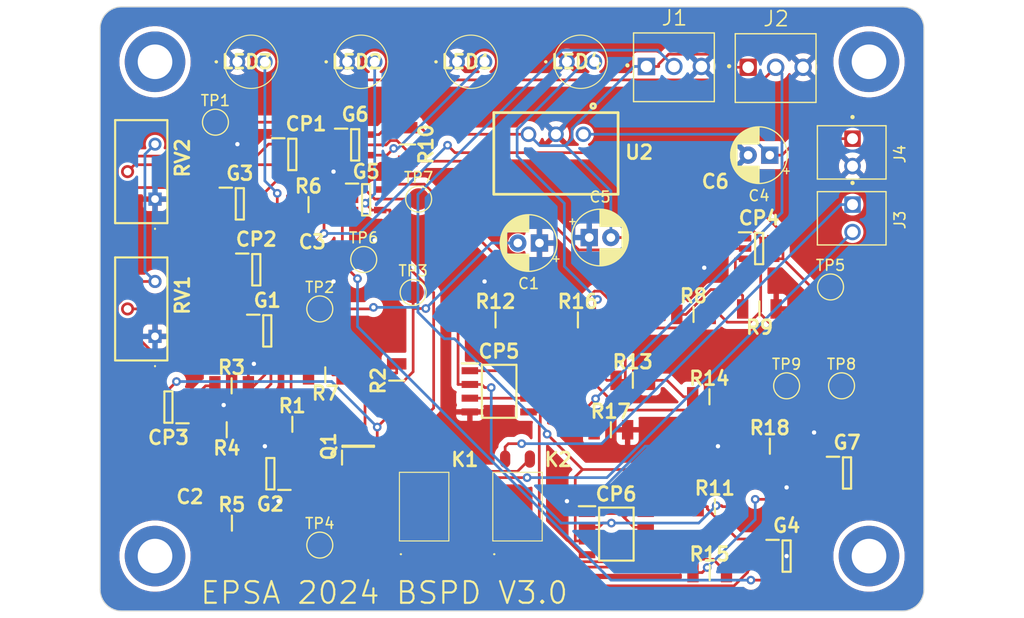
<source format=kicad_pcb>
(kicad_pcb (version 20240108) (generator "pcbnew") (generator_version "8.0")
  (layers (0 "F.Cu" signal) (31 "B.Cu" signal) (34 "B.Paste" user) (35 "F.Paste" user) (36 "B.SilkS" user "B.Silkscreen") (37 "F.SilkS" user "F.Silkscreen") (38 "B.Mask" user) (39 "F.Mask" user) (44 "Edge.Cuts" user))
  (net 0 "")
  (net 1 "GND")
  (net 2 "Net-(CP3-IN+)")
  (net 3 "Net-(CP3-IN-)")
  (net 4 "Net-(CP4-IN+)")
  (net 5 "+12V")
  (net 6 "+5V")
  (net 7 "Net-(CP1-IN-)")
  (net 8 "Current Sensor")
  (net 9 "Net-(CP1-OUT)")
  (net 10 "Net-(CP2-IN-)")
  (net 11 "BPS signal")
  (net 12 "Net-(CP2-OUT)")
  (net 13 "Net-(CP3-OUT)")
  (net 14 "Net-(CP4-OUT)")
  (net 15 "Net-(CP4-IN-)")
  (net 16 "SCS Check")
  (net 17 "0.75V")
  (net 18 "4.2V")
  (net 19 "Intput w{slash} 50msdelay")
  (net 20 "Net-(G1-Pad4)")
  (net 21 "BSPD out")
  (net 22 "Net-(G2-Pad4)")
  (net 23 "Net-(LED3-A)")
  (net 24 "Net-(G4-Pad4)")
  (net 25 "Net-(G7-Pad4)")
  (net 26 "SC out")
  (net 27 "SC in")
  (net 28 "SCS relay")
  (net 29 "Net-(K1-+_CONTROL)")
  (net 30 "Net-(K2-+_CONTROL)")
  (net 31 "Net-(Q1-Pad3)")
  (net 32 "/4.25V")
  (footprint "MountingHole:MountingHole_3.2mm_M3_DIN965_Pad" (layer "F.Cu") (at 88.9 66.04)
    (property "Reference" "M4" (hide yes))
    (property "Value" "MountingHole_3.2mm_M3_DIN965_Pad")
  )
  (footprint "EPSA_lib:RESC3216X70N" (layer "F.Cu") (at 29.972 62.992)
    (property "Reference" "R5")
    (property "Value" "470" (hide yes))
  )
  (footprint "MountingHole:MountingHole_3.2mm_M3_DIN965_Pad" (layer "F.Cu") (at 22.86 66.04)
    (property "Reference" "M3" (hide yes))
    (property "Value" "MountingHole_3.2mm_M3_DIN965_Pad")
  )
  (footprint "EPSA_lib:SOT95P280X145-5N" (layer "F.Cu") (at 41.372 28.006)
    (property "Reference" "G6")
    (property "Value" "Gate AND SN74AHCT1G08DBVR" (hide yes))
  )
  (footprint "EPSA_lib:RESC3216X70N" (layer "F.Cu") (at 74.142 51.308)
    (property "Reference" "R14")
    (property "Value" "82K" (hide yes))
  )
  (footprint "TestPoint:TestPoint_Pad_D2.0mm" (layer "F.Cu") (at 28.448 25.908)
    (property "Reference" "TP1")
    (property "Value" "type=\"R\" model=\"TestPoint\" lib=\"\"" (hide yes))
  )
  (footprint "EPSA_lib:SOT95P280X145-5N" (layer "F.Cu") (at 24.1 52.258 180)
    (property "Reference" "CP3")
    (property "Value" "Comparateur TS391ILT" (hide yes))
  )
  (footprint "EPSA_lib:SOT95P280X145-5N" (layer "F.Cu") (at 78.74 37.592)
    (property "Reference" "CP4")
    (property "Value" "Comparateur TS391ILT" (hide yes))
  )
  (footprint "EPSA_lib:RESC3216X70N" (layer "F.Cu") (at 29.946 50.292)
    (property "Reference" "R3")
    (property "Value" "10k" (hide yes))
  )
  (footprint "EPSA_lib:SOT95P280X145-5N" (layer "F.Cu") (at 32.228 39.558)
    (property "Reference" "CP2")
    (property "Value" "Comparateur TS391ILT" (hide yes))
  )
  (footprint "EPSA_lib:SOT95P280X145-5N" (layer "F.Cu") (at 33.528 58.42 180)
    (property "Reference" "G2")
    (property "Value" "Gate NAND SN74AHCT1G00DBVR" (hide yes))
  )
  (footprint "EPSA_lib:SOT95P280X145-5N" (layer "F.Cu") (at 35.56 28.89)
    (property "Reference" "CP1")
    (property "Value" "Comparateur TS391ILT" (hide yes))
  )
  (footprint "Capacitor_THT:CP_Radial_D5.0mm_P2.00mm" (layer "F.Cu") (at 58.42 37.084 180)
    (property "Reference" "C1")
    (property "Value" "10u")
  )
  (footprint "EPSA_lib:SOT95P280X145-5N" (layer "F.Cu") (at 30.704 33.462)
    (property "Reference" "G3")
    (property "Value" "Gate AND SN74AHCT1G08DBVR" (hide yes))
  )
  (footprint "EPSA_lib:4302H55V" (layer "F.Cu") (at 40.64 20.32)
    (property "Reference" "LED2")
    (property "Value" "LED 5mm" (hide yes))
  )
  (footprint "EPSA_lib:RESC3216X70N" (layer "F.Cu") (at 37.058 33.528)
    (property "Reference" "R6")
    (property "Value" "1M" (hide yes))
  )
  (footprint "EPSA_lib:RESC3216X70N" (layer "F.Cu") (at 46.228 27.966 -90)
    (property "Reference" "R10")
    (property "Value" "47k" (hide yes))
  )
  (footprint "EPSA_lib:TSR-0.5-2433" (layer "F.Cu") (at 65.694 25.024 180)
    (property "Reference" "U2")
    (property "Value" "Alim LP TSR_0.5-2450" (hide yes))
  )
  (footprint "EPSA_lib:SOT95P280X145-5N" (layer "F.Cu") (at 42.388 33.086)
    (property "Reference" "G5")
    (property "Value" "Gate OR SN74AHCT1G32DBVR" (hide yes))
  )
  (footprint "EPSA_lib:3296Y1223LF" (layer "F.Cu") (at 22.86 33.02)
    (property "Reference" "RV2")
    (property "Value" "Varystor 3296Y-1-223LF" (hide yes))
  )
  (footprint "Capacitor_THT:CP_Radial_D5.0mm_P2.00mm" (layer "F.Cu") (at 63.024 36.576)
    (property "Reference" "C5")
    (property "Value" "10u")
  )
  (footprint "EPSA_lib:4302H55V" (layer "F.Cu") (at 50.8 20.32)
    (property "Reference" "LED1")
    (property "Value" "LED 5mm" (hide yes))
  )
  (footprint "EPSA_lib:RESC3216X70N" (layer "F.Cu") (at 29.49 54.356 180)
    (property "Reference" "R4")
    (property "Value" "56k" (hide yes))
  )
  (footprint "MountingHole:MountingHole_3.2mm_M3_DIN965_Pad" (layer "F.Cu") (at 22.86 20.32)
    (property "Reference" "M1" (hide yes))
    (property "Value" "MountingHole_3.2mm_M3_DIN965_Pad")
  )
  (footprint "EPSA_lib:RESC3216X70N" (layer "F.Cu") (at 65.024 54.356)
    (property "Reference" "R17")
    (property "Value" "470k" (hide yes))
  )
  (footprint "EPSA_lib:MOLEX_22-11-2022" (layer "F.Cu") (at 87.376 27.432 -90)
    (property "Reference" "J4")
    (property "Value" "2P Droit 2-11-2022")
  )
  (footprint "EPSA_lib:SOT95P280X145-5N" (layer "F.Cu") (at 86.868 58.354)
    (property "Reference" "G7")
    (property "Value" "Gate NAND SN74AHCT1G00DBVR" (hide yes))
  )
  (footprint "EPSA_lib:MOLEX_22-11-2032" (layer "F.Cu") (at 77.724 20.828)
    (property "Reference" "J2")
    (property "Value" "3P Droit 22-11-2032")
  )
  (footprint "TestPoint:TestPoint_Pad_D2.0mm" (layer "F.Cu") (at 81.28 50.292)
    (property "Reference" "TP9")
    (property "Value" "type=\"R\" model=\"TestPoint\" lib=\"\"" (hide yes))
  )
  (footprint "EPSA_lib:RESC3216X70N" (layer "F.Cu") (at 35.56 53.848)
    (property "Reference" "R1")
    (property "Value" "200" (hide yes))
  )
  (footprint "EPSA_lib:RESC3216X70N" (layer "F.Cu") (at 61.976 44.196)
    (property "Reference" "R16")
    (property "Value" "47k" (hide yes))
  )
  (footprint "EPSA_lib:RESC3216X70N" (layer "F.Cu") (at 78.766 43.18 180)
    (property "Reference" "R9")
    (property "Value" "47k" (hide yes))
  )
  (footprint "TestPoint:TestPoint_Pad_D2.0mm" (layer "F.Cu") (at 42.164 38.608)
    (property "Reference" "TP6")
    (property "Value" "type=\"R\" model=\"TestPoint\" lib=\"\"" (hide yes))
  )
  (footprint "MountingHole:MountingHole_3.2mm_M3_DIN965_Pad" (layer "F.Cu") (at 88.9 20.32)
    (property "Reference" "M2" (hide yes))
    (property "Value" "MountingHole_3.2mm_M3_DIN965_Pad")
  )
  (footprint "EPSA_lib:RESC3216X70N" (layer "F.Cu") (at 67.056 49.784)
    (property "Reference" "R13")
    (property "Value" "12K" (hide yes))
  )
  (footprint "TestPoint:TestPoint_Pad_D2.0mm" (layer "F.Cu") (at 38.1 43.18)
    (property "Reference" "TP2")
    (property "Value" "type=\"R\" model=\"TestPoint\" lib=\"\"" (hide yes))
  )
  (footprint "EPSA_lib:RESC3216X70N" (layer "F.Cu") (at 74.65 61.468)
    (property "Reference" "R11")
    (property "Value" "82K" (hide yes))
  )
  (footprint "EPSA_lib:CAPC2012X130N" (layer "F.Cu") (at 26.104 58.928 180)
    (property "Reference" "C2")
    (property "Value" "10n" (hide yes))
  )
  (footprint "EPSA_lib:RESC3216X70N" (layer "F.Cu") (at 74.168 67.564)
    (property "Reference" "R15")
    (property "Value" "470" (hide yes))
  )
  (footprint "EPSA_lib:RESC3216X70N" (layer "F.Cu") (at 54.356 44.196)
    (property "Reference" "R12")
    (property "Value" "12K" (hide yes))
  )
  (footprint "EPSA_lib:4302H55V" (layer "F.Cu") (at 30.48 20.32)
    (property "Reference" "LED3")
    (property "Value" "LED 5mm" (hide yes))
  )
  (footprint "EPSA_lib:RESC3216X70N" (layer "F.Cu") (at 79.73 55.88)
    (property "Reference" "R18")
    (property "Value" "470k" (hide yes))
  )
  (footprint "TestPoint:TestPoint_Pad_D2.0mm" (layer "F.Cu") (at 38.1 65.024)
    (property "Reference" "TP4")
    (property "Value" "type=\"R\" model=\"TestPoint\" lib=\"\"" (hide yes))
  )
  (footprint "EPSA_lib:SOT95P237X112-3N" (layer "F.Cu") (at 41.656 55.88 90)
    (property "Reference" "Q1")
    (property "Value" "PMOS SI2343CDS-T1-GE3" (hide yes))
  )
  (footprint "EPSA_lib:CPC1394GR" (layer "F.Cu") (at 47.752 61.468)
    (property "Reference" "K1")
    (property "Value" "SSR CPC1394GR" (hide yes))
  )
  (footprint "EPSA_lib:SOT95P280X145-5N" (layer "F.Cu") (at 33.244 45.212)
    (property "Reference" "G1")
    (property "Value" "Gate NAND SN74AHCT1G00DBVR" (hide yes))
  )
  (footprint "EPSA_lib:SOT95P280X145-5N" (layer "F.Cu") (at 81.28 66.04)
    (property "Reference" "G4")
    (property "Value" "Gate NAND SN74AHCT1G00DBVR" (hide yes))
  )
  (footprint "EPSA_lib:CAPC2012X130N" (layer "F.Cu") (at 37.396 38.608)
    (property "Reference" "C3")
    (property "Value" "1u" (hide yes))
  )
  (footprint "Capacitor_THT:CP_Radial_D5.0mm_P2.00mm" (layer "F.Cu") (at 79.724 28.956 180)
    (property "Reference" "C4")
    (property "Value" "10u")
  )
  (footprint "EPSA_lib:CAPC2012X130N" (layer "F.Cu") (at 74.676 33.02)
    (property "Reference" "C6")
    (property "Value" "0.1u" (hide yes))
  )
  (footprint "EPSA_lib:MOLEX_22-11-2032" (layer "F.Cu") (at 68.317 20.753)
    (property "Reference" "J1")
    (property "Value" "3P Droit 22-11-2032")
  )
  (footprint "EPSA_lib:SOIC127P600X175-8N" (layer "F.Cu") (at 54.693 50.8)
    (property "Reference" "CP5")
    (property "Value" "Comparateur Double LM393LVDR" (hide yes))
  )
  (footprint "TestPoint:TestPoint_Pad_D2.0mm" (layer "F.Cu") (at 46.736 41.656)
    (property "Reference" "TP3")
    (property "Value" "type=\"R\" model=\"TestPoint\" lib=\"\"" (hide yes))
  )
  (footprint "TestPoint:TestPoint_Pad_D2.0mm" (layer "F.Cu") (at 86.36 50.292)
    (property "Reference" "TP8")
    (property "Value" "type=\"R\" model=\"TestPoint\" lib=\"\"" (hide yes))
  )
  (footprint "TestPoint:TestPoint_Pad_D2.0mm" (layer "F.Cu") (at 85.344 41.148)
    (property "Reference" "TP5")
    (property "Value" "type=\"R\" model=\"TestPoint\" lib=\"\"" (hide yes))
  )
  (footprint "EPSA_lib:RESC3216X70N" (layer "F.Cu") (at 72.67 43.688)
    (property "Reference" "R8")
    (property "Value" "10k" (hide yes))
  )
  (footprint "TestPoint:TestPoint_Pad_D2.0mm" (layer "F.Cu") (at 47.244 33.02)
    (property "Reference" "TP7")
    (property "Value" "type=\"R\" model=\"TestPoint\" lib=\"\"" (hide yes))
  )
  (footprint "EPSA_lib:3296Y1223LF" (layer "F.Cu") (at 22.86 45.72)
    (property "Reference" "RV1")
    (property "Value" "Varystor 3296Y-1-223LF" (hide yes))
  )
  (footprint "EPSA_lib:RESC3216X70N" (layer "F.Cu") (at 45.212 49.81 90)
    (property "Reference" "R2")
    (property "Value" "1M" (hide yes))
  )
  (footprint "EPSA_lib:SOIC127P600X175-8N" (layer "F.Cu") (at 65.532 64.008)
    (property "Reference" "CP6")
    (property "Value" "Comparateur Double LM393LVDR" (hide yes))
  )
  (footprint "EPSA_lib:MOLEX_22-11-2022" (layer "F.Cu") (at 87.376 33.528 -90)
    (property "Reference" "J3")
    (property "Value" "2P Droit 2-11-2022")
  )
  (footprint "EPSA_lib:CPC1394GR" (layer "F.Cu") (at 56.388 61.468)
    (property "Reference" "K2")
    (property "Value" "SSR CPC1394GR" (hide yes))
  )
  (footprint "EPSA_lib:RESC3216X70N" (layer "F.Cu") (at 38.608 49.276 180)
    (property "Reference" "R7")
    (property "Value" "10k" (hide yes))
  )
  (footprint "EPSA_lib:4302H55V" (layer "F.Cu") (at 60.96 20.32)
    (property "Reference" "LED4")
    (property "Value" "LED 5mm" (hide yes))
  )
  (gr_arc (start 17.78 17.24) (mid 18.365786 15.825786) (end 19.78 15.24) (stroke (width 0.1)) (layer "Edge.Cuts"))
  (gr_arc (start 19.78 71.12) (mid 18.365786 70.534214) (end 17.78 69.12) (stroke (width 0.1)) (layer "Edge.Cuts"))
  (gr_arc (start 91.98 15.24) (mid 93.394214 15.825786) (end 93.98 17.24) (stroke (width 0.1)) (layer "Edge.Cuts"))
  (gr_line (start 93.98 17.24) (end 93.98 69.12) (stroke (width 0.1)) (layer "Edge.Cuts"))
  (gr_line (start 17.78 69.12) (end 17.78 17.24) (stroke (width 0.1)) (layer "Edge.Cuts"))
  (gr_arc (start 93.98 69.12) (mid 93.394214 70.534214) (end 91.98 71.12) (stroke (width 0.1)) (layer "Edge.Cuts"))
  (gr_line (start 19.78 15.24) (end 91.98 15.24) (stroke (width 0.1)) (layer "Edge.Cuts"))
  (gr_line (start 91.98 71.12) (end 19.78 71.12) (stroke (width 0.1)) (layer "Edge.Cuts"))
  (gr_text "EPSA 2024 BSPD V3.0" (at 26.924 70.612 0) (layer "F.SilkS") (effects (font (size 2 2) (thickness 0.2)) (justify left bottom)))
  (segment (start 33.928 60.598) (end 34.29 60.96) (width 0.25) (layer "F.Cu") (net 1))
  (segment (start 62.363904 65.913) (end 60.96 64.509096) (width 0.25) (layer "F.Cu") (net 1))
  (segment (start 34.828 57.47) (end 34.253 57.47) (width 0.25) (layer "F.Cu") (net 1))
  (segment (start 33.928 57.795) (end 33.928 60.598) (width 0.25) (layer "F.Cu") (net 1))
  (segment (start 34.253 57.47) (end 33.928 57.795) (width 0.25) (layer "F.Cu") (net 1))
  (segment (start 31.105 27.315) (end 30.48 27.94) (width 0.25) (layer "F.Cu") (net 1))
  (segment (start 35.5083 28.4667) (end 35.5083 27.653496) (width 0.25) (layer "F.Cu") (net 1))
  (segment (start 81.28 66.04) (end 81.28 66.515) (width 0.25) (layer "F.Cu") (net 1))
  (segment (start 74.93 38.820696) (end 73.66 39.37) (width 0.25) (layer "F.Cu") (net 1))
  (segment (start 35.5083 27.653496) (end 35.169804 27.315) (width 0.25) (layer "F.Cu") (net 1))
  (segment (start 80.805 66.99) (end 79.98 66.99) (width 0.25) (layer "F.Cu") (net 1))
  (segment (start 35.085 28.89) (end 35.5083 28.4667) (width 0.25) (layer "F.Cu") (net 1))
  (segment (start 31.944 48.2) (end 32.004 48.26) (width 0.25) (layer "F.Cu") (net 1))
  (segment (start 77.44 37.592) (end 76.158696 37.592) (width 0.25) (layer "F.Cu") (net 1))
  (segment (start 31.944 46.162) (end 31.944 48.2) (width 0.25) (layer "F.Cu") (net 1))
  (segment (start 62.821 65.913) (end 62.363904 65.913) (width 0.25) (layer "F.Cu") (net 1))
  (segment (start 76.158696 37.592) (end 74.93 38.820696) (width 0.25) (layer "F.Cu") (net 1))
  (segment (start 81.28 66.515) (end 80.805 66.99) (width 0.25) (layer "F.Cu") (net 1))
  (segment (start 32.004 46.222) (end 31.944 46.162) (width 0.25) (layer "F.Cu") (net 1))
  (segment (start 35.169804 27.315) (end 31.105 27.315) (width 0.25) (layer "F.Cu") (net 1))
  (segment (start 60.96 64.509096) (end 60.96 60.96) (width 0.25) (layer "F.Cu") (net 1))
  (segment (start 34.26 28.89) (end 35.085 28.89) (width 0.25) (layer "F.Cu") (net 1))
  (via (at 83.82 54.61) (size 0.8) (drill 0.4) (layers "F.Cu" "B.Cu") (net 1))
  (via (at 81.28 59.69) (size 0.8) (drill 0.4) (layers "F.Cu" "B.Cu") (net 1))
  (via (at 32.004 48.26) (size 0.8) (drill 0.4) (layers "F.Cu" "B.Cu") (net 1))
  (via (at 29.21 52.07) (size 0.8) (drill 0.4) (layers "F.Cu" "B.Cu") (net 1))
  (via (at 60.96 60.96) (size 0.8) (drill 0.4) (layers "F.Cu" "B.Cu") (net 1))
  (via (at 53.34 40.64) (size 0.8) (drill 0.4) (layers "F.Cu" "B.Cu") (net 1))
  (via (at 30.48 27.94) (size 0.8) (drill 0.4) (layers "F.Cu" "B.Cu") (net 1))
  (via (at 39.37 40.64) (size 0.8) (drill 0.4) (layers "F.Cu" "B.Cu") (net 1))
  (via (at 33.02 55.88) (size 0.8) (drill 0.4) (layers "F.Cu" "B.Cu") (net 1))
  (via (at 39.37 30.48) (size 0.8) (drill 0.4) (layers "F.Cu" "B.Cu") (net 1))
  (via (at 81.28 66.04) (size 0.8) (drill 0.4) (layers "F.Cu" "B.Cu") (net 1))
  (via (at 34.29 60.96) (size 0.8) (drill 0.4) (layers "F.Cu" "B.Cu") (net 1))
  (via (at 73.66 39.37) (size 0.8) (drill 0.4) (layers "F.Cu" "B.Cu") (net 1))
  (via (at 43.18 36.83) (size 0.8) (drill 0.4) (layers "F.Cu" "B.Cu") (net 1))
  (via (at 74.93 55.88) (size 0.8) (drill 0.4) (layers "F.Cu" "B.Cu") (net 1))
  (segment (start 60.96 60.96) (end 63.120396 60.96) (width 0.25) (layer "B.Cu") (net 1))
  (segment (start 63.120396 60.96) (end 68.200396 55.88) (width 0.25) (layer "B.Cu") (net 1))
  (segment (start 82.55 55.88) (end 82.55 58.42) (width 0.25) (layer "B.Cu") (net 1))
  (segment (start 68.200396 55.88) (end 74.93 55.88) (width 0.25) (layer "B.Cu") (net 1))
  (segment (start 82.55 58.42) (end 81.28 59.69) (width 0.25) (layer "B.Cu") (net 1))
  (segment (start 74.93 55.88) (end 78.74 55.88) (width 0.25) (layer "B.Cu") (net 1))
  (segment (start 78.74 55.88) (end 81.28 55.88) (width 0.25) (layer "B.Cu") (net 1))
  (segment (start 82.55 55.88) (end 83.82 54.61) (width 0.25) (layer "B.Cu") (net 1))
  (segment (start 78.74 55.88) (end 82.55 55.88) (width 0.25) (layer "B.Cu") (net 1))
  (segment (start 46.736 48.9843) (end 46.736 43.1431) (width 0.25) (layer "F.Cu") (net 2))
  (segment (start 42.606 56.93) (end 43.2327 56.93) (width 0.25) (layer "F.Cu") (net 2))
  (segment (start 46.736 43.1431) (end 46.736 41.656) (width 0.25) (layer "F.Cu") (net 2))
  (segment (start 43.4139 56.7488) (end 43.2327 56.93) (width 0.25) (layer "F.Cu") (net 2))
  (segment (start 22.8 51.308) (end 23.7017 51.308) (width 0.25) (layer "F.Cu") (net 2))
  (segment (start 45.212 52.309) (end 45.212 51.36) (width 0.25) (layer "F.Cu") (net 2))
  (segment (start 23.7017 51.0429) (end 24.8467 49.8979) (width 0.25) (layer "F.Cu") (net 2))
  (segment (start 45.212 51.36) (end 45.212 50.5083) (width 0.25) (layer "F.Cu") (net 2))
  (segment (start 23.7017 51.308) (end 23.7017 51.0429) (width 0.25) (layer "F.Cu") (net 2))
  (segment (start 46.736 43.1431) (end 47.9062 43.1431) (width 0.25) (layer "F.Cu") (net 2))
  (segment (start 43.4139 54.1071) (end 43.4139 56.7488) (width 0.25) (layer "F.Cu") (net 2))
  (segment (start 43.4139 54.1071) (end 45.212 52.309) (width 0.25) (layer "F.Cu") (net 2))
  (segment (start 45.212 50.5083) (end 46.736 48.9843) (width 0.25) (layer "F.Cu") (net 2))
  (via (at 24.8467 49.8979) (size 0.8) (drill 0.4) (layers "F.Cu" "B.Cu") (net 2))
  (via (at 47.9062 43.1431) (size 0.8) (drill 0.4) (layers "F.Cu" "B.Cu") (net 2))
  (via (at 43.4139 54.1071) (size 0.8) (drill 0.4) (layers "F.Cu" "B.Cu") (net 2))
  (segment (start 53.9653 37.084) (end 47.9062 43.1431) (width 0.25) (layer "B.Cu") (net 2))
  (segment (start 56.42 37.084) (end 53.9653 37.084) (width 0.25) (layer "B.Cu") (net 2))
  (segment (start 39.2047 49.8979) (end 43.4139 54.1071) (width 0.25) (layer "B.Cu") (net 2))
  (segment (start 24.8467 49.8979) (end 39.2047 49.8979) (width 0.25) (layer "B.Cu") (net 2))
  (segment (start 27.0883 54.356) (end 26.1862 55.2581) (width 0.25) (layer "F.Cu") (net 3))
  (segment (start 25.7375 51.308) (end 25.4 51.308) (width 0.25) (layer "F.Cu") (net 3))
  (segment (start 24.4983 53.6601) (end 24.4983 51.308) (width 0.25) (layer "F.Cu") (net 3))
  (segment (start 26.0963 55.2581) (end 24.4983 53.6601) (width 0.25) (layer "F.Cu") (net 3))
  (segment (start 25.284 58.928) (end 25.284 56.0704) (width 0.25) (layer "F.Cu") (net 3))
  (segment (start 27.94 54.356) (end 27.0883 54.356) (width 0.25) (layer "F.Cu") (net 3))
  (segment (start 26.1884 51.308) (end 26.5283 51.308) (width 0.25) (layer "F.Cu") (net 3))
  (segment (start 25.284 56.0704) (end 26.0963 55.2581) (width 0.25) (layer "F.Cu") (net 3))
  (segment (start 25.4 51.308) (end 24.4983 51.308) (width 0.25) (layer "F.Cu") (net 3))
  (segment (start 25.7375 51.308) (end 26.1884 51.308) (width 0.25) (layer "F.Cu") (net 3))
  (segment (start 26.1862 55.2581) (end 26.0963 55.2581) (width 0.25) (layer "F.Cu") (net 3))
  (segment (start 28.396 50.292) (end 27.5443 50.292) (width 0.25) (layer "F.Cu") (net 3))
  (segment (start 26.5283 51.308) (end 27.5443 50.292) (width 0.25) (layer "F.Cu") (net 3))
  (segment (start 80.04 38.542) (end 80.9417 38.542) (width 0.25) (layer "F.Cu") (net 4))
  (segment (start 37.1476 37.5463) (end 38.4927 36.2012) (width 0.25) (layer "F.Cu") (net 4))
  (segment (start 36.576 37.5463) (end 37.1476 37.5463) (width 0.25) (layer "F.Cu") (net 4))
  (segment (start 73.469 28.7267) (end 50.6067 28.7267) (width 0.25) (layer "F.Cu") (net 4))
  (segment (start 80.9417 38.542) (end 80.9417 36.1994) (width 0.25) (layer "F.Cu") (net 4))
  (segment (start 38.4927 34.87) (end 38.608 34.7547) (width 0.25) (layer "F.Cu") (net 4))
  (segment (start 50.6067 28.7267) (end 49.9175 28.0375) (width 0.25) (layer "F.Cu") (net 4))
  (segment (start 38.4927 36.2012) (end 38.4927 34.87) (width 0.25) (layer "F.Cu") (net 4))
  (segment (start 85.344 41.148) (end 83.5477 41.148) (width 0.25) (layer "F.Cu") (net 4))
  (segment (start 36.576 38.608) (end 36.576 37.5463) (width 0.25) (layer "F.Cu") (net 4))
  (segment (start 80.9417 36.1994) (end 73.469 28.7267) (width 0.25) (layer "F.Cu") (net 4))
  (segment (start 83.5477 41.148) (end 80.9417 38.542) (width 0.25) (layer "F.Cu") (net 4))
  (segment (start 38.608 33.528) (end 38.608 34.7547) (width 0.25) (layer "F.Cu") (net 4))
  (via (at 38.4927 36.2012) (size 0.8) (drill 0.4) (layers "F.Cu" "B.Cu") (net 4))
  (via (at 49.9175 28.0375) (size 0.8) (drill 0.4) (layers "F.Cu" "B.Cu") (net 4))
  (segment (start 41.7538 36.2012) (end 38.4927 36.2012) (width 0.25) (layer "B.Cu") (net 4))
  (segment (start 49.9175 28.0375) (end 41.7538 36.2012) (width 0.25) (layer "B.Cu") (net 4))
  (segment (start 80.8507 28.956) (end 82.3747 27.432) (width 0.25) (layer "F.Cu") (net 5))
  (segment (start 82.3747 27.432) (end 87.376 27.432) (width 0.25) (layer "F.Cu") (net 5))
  (segment (start 79.724 28.956) (end 80.8507 28.956) (width 0.25) (layer "F.Cu") (net 5))
  (segment (start 79.724 28.956) (end 77.792 27.024) (width 0.25) (layer "B.Cu") (net 5))
  (segment (start 77.792 27.024) (end 62.484 27.024) (width 0.25) (layer "B.Cu") (net 5))
  (segment (start 75.496 33.02) (end 75.496 34.0817) (width 0.25) (layer "F.Cu") (net 6))
  (segment (start 32.228 59.37) (end 33.1297 59.37) (width 0.25) (layer "F.Cu") (net 6))
  (segment (start 88.2808 50.3258) (end 82.9414 44.9864) (width 0.25) (layer "F.Cu") (net 6))
  (segment (start 45.087 31.6387) (end 44.5897 32.136) (width 0.25) (layer "F.Cu") (net 6))
  (segment (start 73.1 61.468) (end 73.9517 61.468) (width 0.25) (layer "F.Cu") (net 6))
  (segment (start 41.4812 56.6143) (end 42.2827 55.8128) (width 0.25) (layer "F.Cu") (net 6))
  (segment (start 59.5743 44.196) (end 59.5743 43.4508) (width 0.25) (layer "F.Cu") (net 6))
  (segment (start 80.2031 44.9864) (end 78.7598 43.5431) (width 0.25) (layer "F.Cu") (net 6))
  (segment (start 82.9414 44.9864) (end 80.2031 44.9864) (width 0.25) (layer "F.Cu") (net 6))
  (segment (start 47.7622 31.6387) (end 45.087 31.6387) (width 0.25) (layer "F.Cu") (net 6))
  (segment (start 78.8825 36.642) (end 76.3222 34.0817) (width 0.25) (layer "F.Cu") (net 6))
  (segment (start 37.3109 27.94) (end 37.7617 27.94) (width 0.25) (layer "F.Cu") (net 6))
  (segment (start 32.1331 38.608) (end 32.1331 37.5393) (width 0.25) (layer "F.Cu") (net 6))
  (segment (start 60.426 44.196) (end 59.5743 44.196) (width 0.25) (layer "F.Cu") (net 6))
  (segment (start 65.024 36.576) (end 73.0017 36.576) (width 0.25) (layer "F.Cu") (net 6))
  (segment (start 74.22 43.688) (end 73.3683 43.688) (width 0.25) (layer "F.Cu") (net 6))
  (segment (start 29.464 47.1182) (end 31.496 49.1502) (width 0.25) (layer "F.Cu") (net 6))
  (segment (start 41.1293 57.9375) (end 41.4812 57.5856) (width 0.25) (layer "F.Cu") (net 6))
  (segment (start 77.8927 44.4102) (end 75.7939 44.4102) (width 0.25) (layer "F.Cu") (net 6))
  (segment (start 60.426 44.196) (end 61.2777 44.196) (width 0.25) (layer "F.Cu") (net 6))
  (segment (start 39.3063 49.276) (end 39.3063 48.5646) (width 0.25) (layer "F.Cu") (net 6))
  (segment (start 69.4487 20.5408) (end 70.3709 19.6186) (width 0.25) (layer "F.Cu") (net 6))
  (segment (start 57.404 27.024) (end 48.0627 27.024) (width 0.25) (layer "F.Cu") (net 6))
  (segment (start 33.1297 59.37) (end 33.1297 57.8312) (width 0.25) (layer "F.Cu") (net 6))
  (segment (start 19.3779 43.9335) (end 24.072 48.6275) (width 0.25) (layer "F.Cu") (net 6))
  (segment (start 65.506 49.784) (end 66.3577 49.784) (width 0.25) (layer "F.Cu") (net 6))
  (segment (start 38.8216 26.4293) (end 41.1436 26.4293) (width 0.25) (layer "F.Cu") (net 6))
  (segment (start 63.511 41.5368) (end 61.2777 43.7701) (width 0.25) (layer "F.Cu") (net 6))
  (segment (start 76.3222 34.0817) (end 75.496 34.0817) (width 0.25) (layer "F.Cu") (net 6))
  (segment (start 22.86 40.64) (end 21.5352 40.64) (width 0.25) (layer "F.Cu") (net 6))
  (segment (start 40.158 49.276) (end 39.3063 49.276) (width 0.25) (layer "F.Cu") (net 6))
  (segment (start 73.1 61.468) (end 72.2483 61.468) (width 0.25) (layer "F.Cu") (net 6))
  (segment (start 66.3577 49.784) (end 66.3577 45.6719) (width 0.25) (layer "F.Cu") (net 6))
  (segment (start 89.0697 58.1929) (end 89.0697 59.7394) (width 0.25) (layer "F.Cu") (net 6))
  (segment (start 32.004 32.512) (end 31.1023 32.512) (width 0.25) (layer "F.Cu") (net 6))
  (segment (start 42.2827 55.8128) (end 42.2827 50.549) (width 0.25) (layer "F.Cu") (net 6))
  (segment (start 67.0906 44.5473) (end 64.0801 41.5368) (width 0.25) (layer "F.Cu") (net 6))
  (segment (start 24.072 48.6275) (end 21.8983 50.8012) (width 0.25) (layer "F.Cu") (net 6))
  (segment (start 40.158 49.276) (end 41.0097 49.276) (width 0.25) (layer "F.Cu") (net 6))
  (segment (start 83.7191 65.09) (end 82.58 65.09) (width 0.25) (layer "F.Cu") (net 6))
  (segment (start 68.317 20.753) (end 69.4487 20.753) (width 0.25) (layer "F.Cu") (net 6))
  (segment (start 33.97 44.262) (end 33.02 45.212) (width 0.25) (layer "F.Cu") (net 6))
  (segment (start 88.2808 57.404) (end 89.0697 58.1929) (width 0.25) (layer "F.Cu") (net 6))
  (segment (start 33.528 38.608) (end 32.6263 38.608) (width 0.25) (layer "F.Cu") (net 6))
  (segment (start 41.4812 57.5856) (end 41.4812 56.6143) (width 0.25) (layer "F.Cu") (net 6))
  (segment (start 64.0801 41.5368) (end 63.511 41.5368) (width 0.25) (layer "F.Cu") (net 6))
  (segment (start 76.7341 64.4633) (end 73.9517 61.6809) (width 0.25) (layer "F.Cu") (net 6))
  (segment (start 31.1023 36.5085) (end 31.1023 32.512) (width 0.25) (layer "F.Cu") (net 6))
  (segment (start 39.3063 48.5646) (end 35.0037 44.262) (width 0.25) (layer "F.Cu") (net 6))
  (segment (start 31.0146 42.9701) (end 31.8399 42.1448) (width 0.25) (layer "F.Cu") (net 6))
  (segment (start 32.004 50.292) (end 31.496 50.292) (width 0.25) (layer "F.Cu") (net 6))
  (segment (start 63.7653 48.895) (end 64.6543 49.784) (width 0.25) (layer "F.Cu") (net 6))
  (segment (start 74.22 43.688) (end 75.0717 43.688) (width 0.25) (layer "F.Cu") (net 6))
  (segment (start 25.5813 47.1182) (end 24.072 48.6275) (width 0.25) (layer "F.Cu") (net 6))
  (segment (start 41.174 49.1117) (end 41.0097 49.276) (width 0.25) (layer "F.Cu") (net 6))
  (segment (start 48.0627 27.024) (end 47.4547 26.416) (width 0.25) (layer "F.Cu") (net 6))
  (segment (start 78.7598 43.5431) (end 77.8927 44.4102) (width 0.25) (layer "F.Cu") (net 6))
  (segment (start 21.5352 40.64) (end 19.3779 42.7973) (width 0.25) (layer "F.Cu") (net 6))
  (segment (start 69.4487 20.753) (end 69.4487 20.5408) (width 0.25) (layer "F.Cu") (net 6))
  (segment (start 22.8 53.208) (end 21.8983 53.208) (width 0.25) (layer "F.Cu") (net 6))
  (segment (start 21.8983 50.8012) (end 21.8983 53.208) (width 0.25) (layer "F.Cu") (net 6))
  (segment (start 37.2639 30.7945) (end 37.7617 30.2967) (width 0.25) (layer "F.Cu") (net 6))
  (segment (start 59.5743 43.4508) (end 47.7622 31.6387) (width 0.25) (layer "F.Cu") (net 6))
  (segment (start 46.8414 26.416) (end 47.4547 26.416) (width 0.25) (layer "F.Cu") (net 6))
  (segment (start 35.0037 44.262) (end 33.97 44.262) (width 0.25) (layer "F.Cu") (net 6))
  (segment (start 33.1297 57.8312) (end 34.1176 56.8433) (width 0.25) (layer "F.Cu") (net 6))
  (segment (start 75.7939 44.4102) (end 75.0717 43.688) (width 0.25) (layer "F.Cu") (net 6))
  (segment (start 32.004 32.512) (end 32.9057 32.512) (width 0.25) (layer "F.Cu") (net 6))
  (segment (start 31.0146 47.1182) (end 31.0146 42.9701) (width 0.25) (layer "F.Cu") (net 6))
  (segment (start 37.3109 27.94) (end 38.8216 26.4293) (width 0.25) (layer "F.Cu") (net 6))
  (segment (start 79.1383 36.642) (end 78.8825 36.642) (width 0.25) (layer "F.Cu") (net 6))
  (segment (start 42.2827 50.549) (end 41.0097 49.276) (width 0.25) (layer "F.Cu") (net 6))
  (segment (start 65.506 49.784) (end 64.6543 49.784) (width 0.25) (layer "F.Cu") (net 6))
  (segment (start 70.3709 19.6186) (end 75.3829 19.6186) (width 0.25) (layer "F.Cu") (net 6))
  (segment (start 81.0516 64.4633) (end 76.7341 64.4633) (width 0.25) (layer "F.Cu") (net 6))
  (segment (start 42.672 27.056) (end 43.5737 27.056) (width 0.25) (layer "F.Cu") (net 6))
  (segment (start 88.168 57.404) (end 88.2808 57.404) (width 0.25) (layer "F.Cu") (net 6))
  (segment (start 31.0146 47.1182) (end 25.5813 47.1182) (width 0.25) (layer "F.Cu") (net 6))
  (segment (start 72.1173 44.939) (end 67.0906 44.939) (width 0.25) (layer "F.Cu") (net 6))
  (segment (start 73.0017 36.576) (end 75.496 34.0817) (width 0.25) (layer "F.Cu") (net 6))
  (segment (start 78.8825 36.642) (end 78.8825 43.4204) (width 0.25) (layer "F.Cu") (net 6))
  (segment (start 34.1176 56.8433) (end 36.3583 56.8433) (width 0.25) (layer "F.Cu") (net 6))
  (segment (start 89.0697 59.7394) (end 83.7191 65.09) (width 0.25) (layer "F.Cu") (net 6))
  (segment (start 67.0906 44.939) (end 67.0906 44.5473) (width 0.25) (layer "F.Cu") (net 6))
  (segment (start 71.6133 62.103) (end 72.2483 61.468) (width 0.25) (layer "F.Cu") (net 6))
  (segment (start 33.02 45.212) (end 33.02 49.276) (width 0.25) (layer "F.Cu") (net 6))
  (segment (start 81.6783 65.09) (end 81.0516 64.4633) (width 0.25) (layer "F.Cu") (net 6))
  (segment (start 32.1331 37.5393) (end 31.1023 36.5085) (width 0.25) (layer "F.Cu") (net 6))
  (segment (start 31.8399 38.9012) (end 32.1331 38.608) (width 0.25) (layer "F.Cu") (net 6))
  (segment (start 41.1436 26.4293) (end 41.7703 27.056) (width 0.25) (layer "F.Cu") (net 6))
  (segment (start 37.4525 57.9375) (end 41.1293 57.9375) (width 0.25) (layer "F.Cu") (net 6))
  (segment (start 45.212 49.1117) (end 41.174 49.1117) (width 0.25) (layer "F.Cu") (net 6))
  (segment (start 45.212 48.26) (end 45.212 49.1117) (width 0.25) (layer "F.Cu") (net 6))
  (segment (start 34.6232 30.7945) (end 37.2639 30.7945) (width 0.25) (layer "F.Cu") (net 6))
  (segment (start 66.3577 45.6719) (end 67.0906 44.939) (width 0.25) (layer "F.Cu") (net 6))
  (segment (start 80.04 36.642) (end 79.1383 36.642) (width 0.25) (layer "F.Cu") (net 6))
  (segment (start 31.0146 47.1182) (end 29.464 47.1182) (width 0.25) (layer "F.Cu") (net 6))
  (segment (start 73.3683 43.688) (end 72.1173 44.939) (width 0.25) (layer "F.Cu") (net 6))
  (segment (start 32.9057 32.512) (end 34.6232 30.7945) (width 0.25) (layer "F.Cu") (net 6))
  (segment (start 61.2777 43.7701) (end 61.2777 44.196) (width 0.25) (layer "F.Cu") (net 6))
  (segment (start 19.3779 42.7973) (end 19.3779 43.9335) (width 0.25) (layer "F.Cu") (net 6))
  (segment (start 73.9517 61.6809) (end 73.9517 61.468) (width 0.25) (layer "F.Cu") (net 6))
  (segment (start 46.228 26.416) (end 44.2137 26.416) (width 0.25) (layer "F.Cu") (net 6))
  (segment (start 57.404 48.895) (end 63.7653 48.895) (width 0.25) (layer "F.Cu") (net 6))
  (segment (start 37.7617 30.2967) (end 37.7617 27.94) (width 0.25) (layer "F.Cu") (net 6))
  (segment (start 75.3829 19.6186) (end 76.5923 20.828) (width 0.25) (layer "F.Cu") (net 6))
  (segment (start 42.672 27.056) (end 41.7703 27.056) (width 0.25) (layer "F.Cu") (net 6))
  (segment (start 32.1331 38.608) (end 32.6263 38.608) (width 0.25) (layer "F.Cu") (net 6))
  (segment (start 33.02 49.276) (end 32.004 50.292) (width 0.25) (layer "F.Cu") (net 6))
  (segment (start 31.8399 42.1448) (end 31.8399 38.9012) (width 0.25) (layer "F.Cu") (net 6))
  (segment (start 78.8825 43.4204) (end 78.7598 43.5431) (width 0.25) (layer "F.Cu") (net 6))
  (segment (start 31.496 49.1502) (end 31.496 50.292) (width 0.25) (layer "F.Cu") (net 6))
  (segment (start 43.688 32.136) (end 44.5897 32.136) (width 0.25) (layer "F.Cu") (net 6))
  (segment (start 77.724 20.828) (end 76.5923 20.828) (width 0.25) (layer "F.Cu") (net 6))
  (segment (start 68.243 62.103) (end 71.6133 62.103) (width 0.25) (layer "F.Cu") (net 6))
  (segment (start 36.3583 56.8433) (end 37.4525 57.9375) (width 0.25) (layer "F.Cu") (net 6))
  (segment (start 88.2808 57.404) (end 88.2808 50.3258) (width 0.25) (layer "F.Cu") (net 6))
  (segment (start 46.8414 26.416) (end 46.228 26.416) (width 0.25) (layer "F.Cu") (net 6))
  (segment (start 36.86 27.94) (end 37.3109 27.94) (width 0.25) (layer "F.Cu") (net 6))
  (segment (start 82.58 65.09) (end 81.6783 65.09) (width 0.25) (layer "F.Cu") (net 6))
  (segment (start 44.2137 26.416) (end 43.5737 27.056) (width 0.25) (layer "F.Cu") (net 6))
  (segment (start 60.8186 28.0763) (end 65.024 32.2817) (width 0.25) (layer "B.Cu") (net 6))
  (segment (start 58.4563 28.0763) (end 57.404 27.024) (width 0.25) (layer "B.Cu") (net 6))
  (segment (start 65.024 32.2817) (end 65.024 36.576) (width 0.25) (layer "B.Cu") (net 6))
  (segment (start 61.4373 27.4576) (end 60.8186 28.0763) (width 0.25) (layer "B.Cu") (net 6))
  (segment (start 22.86 40.64) (end 21.9248 39.7048) (width 0.25) (layer "B.Cu") (net 6))
  (segment (start 21.9248 28.8752) (end 22.86 27.94) (width 0.25) (layer "B.Cu") (net 6))
  (segment (start 67.1853 20.753) (end 61.4373 26.501) (width 0.25) (layer "B.Cu") (net 6))
  (segment (start 68.317 20.753) (end 67.1853 20.753) (width 0.25) (layer "B.Cu") (net 6))
  (segment (start 61.4373 26.501) (end 61.4373 27.4576) (width 0.25) (layer "B.Cu") (net 6))
  (segment (start 60.8186 28.0763) (end 58.4563 28.0763) (width 0.25) (layer "B.Cu") (net 6))
  (segment (start 21.9248 39.7048) (end 21.9248 28.8752) (width 0.25) (layer "B.Cu") (net 6))
  (segment (start 20.32 30.48) (end 20.96 29.84) (width 0.25) (layer "F.Cu") (net 7))
  (segment (start 20.96 29.84) (end 34.26 29.84) (width 0.25) (layer "F.Cu") (net 7))
  (segment (start 62.6223 52.3955) (end 62.7128 52.3955) (width 0.25) (layer "F.Cu") (net 8))
  (segment (start 36.86 29.84) (end 35.9583 29.84) (width 0.25) (layer "F.Cu") (net 8))
  (segment (start 35.9583 27.4671) (end 35.9583 29.84) (width 0.25) (layer "F.Cu") (net 8))
  (segment (start 80.264 20.828) (end 79.0963 21.9957) (width 0.25) (layer "F.Cu") (net 8))
  (segment (start 62.6223 52.3955) (end 62.6223 54.356) (width 0.25) (layer "F.Cu") (net 8))
  (segment (start 51.982 51.435) (end 57.404 51.435) (width 0.25) (layer "F.Cu") (net 8))
  (segment (start 61.6618 51.435) (end 62.6223 52.3955) (width 0.25) (layer "F.Cu") (net 8))
  (segment (start 34.3992 25.908) (end 35.9583 27.4671) (width 0.25) (layer "F.Cu") (net 8))
  (segment (start 63.474 54.356) (end 62.6223 54.356) (width 0.25) (layer "F.Cu") (net 8))
  (segment (start 79.0963 21.9957) (end 41.4297 21.9957) (width 0.25) (layer "F.Cu") (net 8))
  (segment (start 62.7128 52.3955) (end 63.6117 51.4966) (width 0.25) (layer "F.Cu") (net 8))
  (segment (start 58.4947 51.435) (end 61.6618 51.435) (width 0.25) (layer "F.Cu") (net 8))
  (segment (start 41.4297 21.9957) (end 35.9583 27.4671) (width 0.25) (layer "F.Cu") (net 8))
  (segment (start 57.404 51.435) (end 58.4947 51.435) (width 0.25) (layer "F.Cu") (net 8))
  (segment (start 28.448 25.908) (end 34.3992 25.908) (width 0.25) (layer "F.Cu") (net 8))
  (via (at 63.6117 51.4966) (size 0.8) (drill 0.4) (layers "F.Cu" "B.Cu") (net 8))
  (segment (start 80.8507 34.2576) (end 80.8507 21.4147) (width 0.25) (layer "B.Cu") (net 8))
  (segment (start 63.6117 51.4966) (end 80.8507 34.2576) (width 0.25) (layer "B.Cu") (net 8))
  (segment (start 80.8507 21.4147) (end 80.264 20.828) (width 0.25) (layer "B.Cu") (net 8))
  (segment (start 29.404 32.512) (end 28.5023 32.512) (width 0.25) (layer "F.Cu") (net 9))
  (segment (start 20.3621 29.0428) (end 32.2555 29.0428) (width 0.25) (layer "F.Cu") (net 9))
  (segment (start 28.5023 32.512) (end 27.9431 31.9528) (width 0.25) (layer "F.Cu") (net 9))
  (segment (start 32.2555 29.0428) (end 33.3583 27.94) (width 0.25) (layer "F.Cu") (net 9))
  (segment (start 19.3839 30.021) (end 20.3621 29.0428) (width 0.25) (layer "F.Cu") (net 9))
  (segment (start 34.26 27.94) (end 33.3583 27.94) (width 0.25) (layer "F.Cu") (net 9))
  (segment (start 27.9431 31.9528) (end 20.3898 31.9528) (width 0.25) (layer "F.Cu") (net 9))
  (segment (start 19.3839 30.9469) (end 19.3839 30.021) (width 0.25) (layer "F.Cu") (net 9))
  (segment (start 20.3898 31.9528) (end 19.3839 30.9469) (width 0.25) (layer "F.Cu") (net 9))
  (segment (start 30.928 40.508) (end 30.0263 40.508) (width 0.25) (layer "F.Cu") (net 10))
  (segment (start 27.3543 43.18) (end 30.0263 40.508) (width 0.25) (layer "F.Cu") (net 10))
  (segment (start 20.32 43.18) (end 27.3543 43.18) (width 0.25) (layer "F.Cu") (net 10))
  (segment (start 68.243 64.643) (end 67.1523 64.643) (width 0.25) (layer "F.Cu") (net 11))
  (segment (start 38.1 43.18) (end 37.1017 43.18) (width 0.25) (layer "F.Cu") (net 11))
  (segment (start 42.9199 43.18) (end 38.1 43.18) (width 0.25) (layer "F.Cu") (net 11))
  (segment (start 62.821 64.643) (end 61.7303 64.643) (width 0.25) (layer "F.Cu") (net 11))
  (segment (start 43.0671 43.0328) (end 42.9199 43.18) (width 0.25) (layer "F.Cu") (net 11))
  (segment (start 75.1749 58.0334) (end 62.403 58.0334) (width 0.25) (layer "F.Cu") (net 11))
  (segment (start 37.1017 43.18) (end 34.4297 40.508) (width 0.25) (layer "F.Cu") (net 11))
  (segment (start 77.3283 55.88) (end 75.1749 58.0334) (width 0.25) (layer "F.Cu") (net 11))
  (segment (start 61.7303 64.643) (end 61.7303 58.7061) (width 0.25) (layer "F.Cu") (net 11))
  (segment (start 78.18 55.88) (end 77.3283 55.88) (width 0.25) (layer "F.Cu") (net 11))
  (segment (start 33.528 40.508) (end 34.4297 40.508) (width 0.25) (layer "F.Cu") (net 11))
  (segment (start 62.403 58.0334) (end 59.1291 54.7595) (width 0.25) (layer "F.Cu") (net 11))
  (segment (start 63.9117 64.643) (end 67.1523 64.643) (width 0.25) (layer "F.Cu") (net 11))
  (segment (start 62.821 64.643) (end 63.9117 64.643) (width 0.25) (layer "F.Cu") (net 11))
  (segment (start 61.7303 58.7061) (end 62.403 58.0334) (width 0.25) (layer "F.Cu") (net 11))
  (via (at 43.0671 43.0328) (size 0.8) (drill 0.4) (layers "F.Cu" "B.Cu") (net 11))
  (via (at 59.1291 54.7595) (size 0.8) (drill 0.4) (layers "F.Cu" "B.Cu") (net 11))
  (segment (start 59.1291 54.5172) (end 59.1291 54.7595) (width 0.25) (layer "B.Cu") (net 11))
  (segment (start 47.1794 43.0328) (end 47.1794 43.487) (width 0.25) (layer "B.Cu") (net 11))
  (segment (start 50.5505 45.9386) (end 59.1291 54.5172) (width 0.25) (layer "B.Cu") (net 11))
  (segment (start 69.3498 19.2458) (end 60.5163 19.2458) (width 0.25) (layer "B.Cu") (net 11))
  (segment (start 49.631 45.9386) (end 50.5505 45.9386) (width 0.25) (layer "B.Cu") (net 11))
  (segment (start 70.857 20.753) (end 69.3498 19.2458) (width 0.25) (layer "B.Cu") (net 11))
  (segment (start 60.5163 19.2458) (end 47.1794 32.5827) (width 0.25) (layer "B.Cu") (net 11))
  (segment (start 47.1794 43.487) (end 49.631 45.9386) (width 0.25) (layer "B.Cu") (net 11))
  (segment (start 47.1794 43.0328) (end 43.0671 43.0328) (width 0.25) (layer "B.Cu") (net 11))
  (segment (start 47.1794 32.5827) (end 47.1794 43.0328) (width 0.25) (layer "B.Cu") (net 11))
  (segment (start 29.404 33.462) (end 30.3057 33.462) (width 0.25) (layer "F.Cu") (net 12))
  (segment (start 30.3057 33.462) (end 30.3057 37.7019) (width 0.25) (layer "F.Cu") (net 12))
  (segment (start 30.928 38.608) (end 30.0263 38.608) (width 0.25) (layer "F.Cu") (net 12))
  (segment (start 30.0263 37.9813) (end 30.0263 38.608) (width 0.25) (layer "F.Cu") (net 12))
  (segment (start 30.3057 37.7019) (end 30.0263 37.9813) (width 0.25) (layer "F.Cu") (net 12))
  (segment (start 30.577 53.1293) (end 33.5797 50.1266) (width 0.25) (layer "F.Cu") (net 13))
  (segment (start 77.6745 67.5389) (end 77.6744 67.5389) (width 0.25) (layer "F.Cu") (net 13))
  (segment (start 76.4227 68.7906) (end 76.4227 68.7907) (width 0.25) (layer "F.Cu") (net 13))
  (segment (start 33.757798 45.329) (end 35.2546 45.329) (width 0.25) (layer "F.Cu") (net 13))
  (segment (start 32.2957 68.7907) (end 27.5701 64.0651) (width 0.25) (layer "F.Cu") (net 13))
  (segment (start 79.98 66.04) (end 79.0783 66.04) (width 0.25) (layer "F.Cu") (net 13))
  (segment (start 33.5797 45.507098) (end 33.757798 45.329) (width 0.25) (layer "F.Cu") (net 13))
  (segment (start 79.98 65.09) (end 79.0783 65.09) (width 0.25) (layer "F.Cu") (net 13))
  (segment (start 79.0783 65.09) (end 79.0783 66.04) (width 0.25) (layer "F.Cu") (net 13))
  (segment (start 26.3804 53.1293) (end 28.83 53.1293) (width 0.25) (layer "F.Cu") (net 13))
  (segment (start 77.6744 67.5389) (end 76.4227 68.7906) (width 0.25) (layer "F.Cu") (net 13))
  (segment (start 25.4 53.208) (end 26.3017 53.208) (width 0.25) (layer "F.Cu") (net 13))
  (segment (start 28.83 53.1293) (end 30.577 53.1293) (width 0.25) (layer "F.Cu") (net 13))
  (segment (start 79.0783 66.04) (end 77.6745 67.4438) (width 0.25) (layer "F.Cu") (net 13))
  (segment (start 35.2546 45.329) (end 37.058 47.1324) (width 0.25) (layer "F.Cu") (net 13))
  (segment (start 27.5701 64.0651) (end 27.5701 61.2265) (width 0.25) (layer "F.Cu") (net 13))
  (segment (start 33.5797 50.1266) (end 33.5797 45.507098) (width 0.25) (layer "F.Cu") (net 13))
  (segment (start 27.5701 61.2265) (end 28.83 59.9666) (width 0.25) (layer "F.Cu") (net 13))
  (segment (start 26.3017 53.208) (end 26.3804 53.1293) (width 0.25) (layer "F.Cu") (net 13))
  (segment (start 37.058 47.1324) (end 37.058 49.276) (width 0.25) (layer "F.Cu") (net 13))
  (segment (start 76.4227 68.7907) (end 32.2957 68.7907) (width 0.25) (layer "F.Cu") (net 13))
  (segment (start 28.83 59.9666) (end 28.83 53.1293) (width 0.25) (layer "F.Cu") (net 13))
  (segment (start 77.6745 67.4438) (end 77.6745 67.5389) (width 0.25) (layer "F.Cu") (net 13))
  (segment (start 44.6315 27.6084) (end 44.2354 28.0045) (width 0.25) (layer "F.Cu") (net 14))
  (segment (start 53.8454 29.516) (end 46.228 29.516) (width 0.25) (layer "F.Cu") (net 14))
  (segment (start 46.228 28.603) (end 45.2334 27.6084) (width 0.25) (layer "F.Cu") (net 14))
  (segment (start 45.2334 27.6084) (end 44.6315 27.6084) (width 0.25) (layer "F.Cu") (net 14))
  (segment (start 46.228 29.516) (end 46.228 28.6643) (width 0.25) (layer "F.Cu") (net 14))
  (segment (start 44.2354 28.0045) (end 40.9737 28.0045) (width 0.25) (layer "F.Cu") (net 14))
  (segment (start 76.4723 36.642) (end 75.3929 37.7214) (width 0.25) (layer "F.Cu") (net 14))
  (segment (start 62.0508 37.7214) (end 53.8454 29.516) (width 0.25) (layer "F.Cu") (net 14))
  (segment (start 40.9737 27.056) (end 40.9737 28.0045) (width 0.25) (layer "F.Cu") (net 14))
  (segment (start 77.44 36.642) (end 76.4723 36.642) (width 0.25) (layer "F.Cu") (net 14))
  (segment (start 40.072 28.006) (end 40.9737 28.006) (width 0.25) (layer "F.Cu") (net 14))
  (segment (start 40.9737 28.0045) (end 40.9737 28.006) (width 0.25) (layer "F.Cu") (net 14))
  (segment (start 40.072 27.056) (end 40.9737 27.056) (width 0.25) (layer "F.Cu") (net 14))
  (segment (start 46.228 28.6643) (end 46.228 28.603) (width 0.25) (layer "F.Cu") (net 14))
  (segment (start 75.3929 37.7214) (end 62.0508 37.7214) (width 0.25) (layer "F.Cu") (net 14))
  (segment (start 76.5383 41.3889) (end 74.2708 41.3889) (width 0.25) (layer "F.Cu") (net 15))
  (segment (start 77.44 38.542) (end 76.5383 38.542) (width 0.25) (layer "F.Cu") (net 15))
  (segment (start 77.216 41.9533) (end 76.6516 41.3889) (width 0.25) (layer "F.Cu") (net 15))
  (segment (start 76.6516 41.3889) (end 76.5383 41.3889) (width 0.25) (layer "F.Cu") (net 15))
  (segment (start 76.5383 41.3889) (end 76.5383 38.542) (width 0.25) (layer "F.Cu") (net 15))
  (segment (start 74.2708 41.3889) (end 71.9717 43.688) (width 0.25) (layer "F.Cu") (net 15))
  (segment (start 77.216 43.18) (end 77.216 41.9533) (width 0.25) (layer "F.Cu") (net 15))
  (segment (start 71.12 43.688) (end 71.9717 43.688) (width 0.25) (layer "F.Cu") (net 15))
  (segment (start 56.3133 48.4346) (end 58.2683 46.4796) (width 0.25) (layer "F.Cu") (net 16))
  (segment (start 84.7797 57.7415) (end 84.7797 58.354) (width 0.25) (layer "F.Cu") (net 16))
  (segment (start 78.9296 52.6424) (end 79.0736 52.7865) (width 0.25) (layer "F.Cu") (net 16))
  (segment (start 65.8823 62.103) (end 66.2792 62.4998) (width 0.25) (layer "F.Cu") (net 16))
  (segment (start 57.404 50.165) (end 63.5784 50.165) (width 0.25) (layer "F.Cu") (net 16))
  (segment (start 63.526 42.5611) (end 63.7855 42.3016) (width 0.25) (layer "F.Cu") (net 16))
  (segment (start 78.8232 52.5361) (end 78.9296 52.6424) (width 0.25) (layer "F.Cu") (net 16))
  (segment (start 56.3133 48.895) (end 56.3133 48.4346) (width 0.25) (layer "F.Cu") (net 16))
  (segment (start 62.821 62.103) (end 65.8823 62.103) (width 0.25) (layer "F.Cu") (net 16))
  (segment (start 65.9495 52.5361) (end 78.8232 52.5361) (width 0.25) (layer "F.Cu") (net 16))
  (segment (start 68.7143 60.0647) (end 75.9097 60.0647) (width 0.25) (layer "F.Cu") (net 16))
  (segment (start 58.2683 46.4796) (end 60.3907 46.4796) (width 0.25) (layer "F.Cu") (net 16))
  (segment (start 63.5784 50.165) (end 65.9495 52.5361) (width 0.25) (layer "F.Cu") (net 16))
  (segment (start 79.0736 56.9008) (end 79.9143 57.7415) (width 0.25) (layer "F.Cu") (net 16))
  (segment (start 56.3133 48.895) (end 53.0727 48.895) (width 0.25) (layer "F.Cu") (net 16))
  (segment (start 79.0736 52.7865) (end 79.0736 56.9008) (width 0.25) (layer "F.Cu") (net 16))
  (segment (start 85.568 58.354) (end 84.7797 58.354) (width 0.25) (layer "F.Cu") (net 16))
  (segment (start 68.243 63.373) (end 67.1523 63.373) (width 0.25) (layer "F.Cu") (net 16))
  (segment (start 63.526 44.196) (end 62.6743 44.196) (width 0.25) (layer "F.Cu") (net 16))
  (segment (start 75.9097 60.0647) (end 79.0736 56.9008) (width 0.25) (layer "F.Cu") (net 16))
  (segment (start 63.526 44.196) (end 63.526 42.5611) (width 0.25) (layer "F.Cu") (net 16))
  (segment (start 79.9143 57.7415) (end 84.7797 57.7415) (width 0.25) (layer "F.Cu") (net 16))
  (segment (start 66.2792 62.4998) (end 67.1523 63.373) (width 0.25) (layer "F.Cu") (net 16))
  (segment (start 85.1172 57.404) (end 84.7797 57.7415) (width 0.25) (layer "F.Cu") (net 16))
  (segment (start 57.404 50.165) (end 56.3133 50.165) (width 0.25) (layer "F.Cu") (net 16))
  (segment (start 51.982 48.895) (end 53.0727 48.895) (width 0.25) (layer "F.Cu") (net 16))
  (segment (start 60.3907 46.4796) (end 62.6743 44.196) (width 0.25) (layer "F.Cu") (net 16))
  (segment (start 78.9296 52.6424) (end 81.28 50.292) (width 0.25) (layer "F.Cu") (net 16))
  (segment (start 56.3133 50.165) (end 56.3133 48.895) (width 0.25) (layer "F.Cu") (net 16))
  (segment (start 66.2792 62.4998) (end 68.7143 60.0647) (width 0.25) (layer "F.Cu") (net 16))
  (segment (start 85.568 57.404) (end 85.1172 57.404) (width 0.25) (layer "F.Cu") (net 16))
  (via (at 63.7855 42.3016) (size 0.8) (drill 0.4) (layers "F.Cu" "B.Cu") (net 16))
  (segment (start 56.3531 26.5826) (end 56.3531 29.0505) (width 0.25) (layer "B.Cu") (net 16))
  (segment (start 60.722 33.4194) (end 60.722 39.2381) (width 0.25) (layer "B.Cu") (net 16))
  (segment (start 63.5 20.32) (end 62.6157 20.32) (width 0.25) (layer "B.Cu") (net 16))
  (segment (start 62.6157 20.32) (end 56.3531 26.5826) (width 0.25) (layer "B.Cu") (net 16))
  (segment (start 56.3531 29.0505) (end 60.722 33.4194) (width 0.25) (layer "B.Cu") (net 16))
  (segment (start 60.722 39.2381) (end 63.7855 42.3016) (width 0.25) (layer "B.Cu") (net 16))
  (segment (start 53.3589 50.4512) (end 53.0727 50.165) (width 0.25) (layer "F.Cu") (net 17))
  (segment (start 50.8913 45.259) (end 51.9543 44.196) (width 0.25) (layer "F.Cu") (net 17))
  (segment (start 76.2 61.468) (end 75.3483 61.468) (width 0.25) (layer "F.Cu") (net 17))
  (segment (start 75.2554 61.3751) (end 75.3483 61.468) (width 0.25) (layer "F.Cu") (net 17))
  (segment (start 74.7635 61.3751) (end 75.2554 61.3751) (width 0.25) (layer "F.Cu") (net 17))
  (segment (start 52.806 44.196) (end 51.9543 44.196) (width 0.25) (layer "F.Cu") (net 17))
  (segment (start 64.2994 62.9853) (end 65.0748 62.9853) (width 0.25) (layer "F.Cu") (net 17))
  (segment (start 51.982 50.165) (end 53.0727 50.165) (width 0.25) (layer "F.Cu") (net 17))
  (segment (start 53.9593 50.4512) (end 53.3589 50.4512) (width 0.25) (layer "F.Cu") (net 17))
  (segment (start 62.821 63.373) (end 63.9117 63.373) (width 0.25) (layer "F.Cu") (net 17))
  (segment (start 50.8913 50.165) (end 50.8913 45.259) (width 0.25) (layer "F.Cu") (net 17))
  (segment (start 51.982 50.165) (end 50.8913 50.165) (width 0.25) (layer "F.Cu") (net 17))
  (segment (start 63.9117 63.373) (end 64.2994 62.9853) (width 0.25) (layer "F.Cu") (net 17))
  (via (at 53.9593 50.4512) (size 0.8) (drill 0.4) (layers "F.Cu" "B.Cu") (net 17))
  (via (at 65.0748 62.9853) (size 0.8) (drill 0.4) (layers "F.Cu" "B.Cu") (net 17))
  (via (at 74.7635 61.3751) (size 0.8) (drill 0.4) (layers "F.Cu" "B.Cu") (net 17))
  (segment (start 65.0748 62.9853) (end 60.4252 62.9853) (width 0.25) (layer "B.Cu") (net 17))
  (segment (start 53.9593 56.5194) (end 53.9593 50.4512) (width 0.25) (layer "B.Cu") (net 17))
  (segment (start 73.1533 62.9853) (end 65.0748 62.9853) (width 0.25) (layer "B.Cu") (net 17))
  (segment (start 74.7635 61.3751) (end 73.1533 62.9853) (width 0.25) (layer "B.Cu") (net 17))
  (segment (start 60.4252 62.9853) (end 53.9593 56.5194) (width 0.25) (layer "B.Cu") (net 17))
  (segment (start 61.8888 66.5647) (end 66.5006 66.5647) (width 0.25) (layer "F.Cu") (net 18))
  (segment (start 58.4947 53.8126) (end 58.4024 53.9049) (width 0.25) (layer "F.Cu") (net 18))
  (segment (start 58.4024 63.0783) (end 61.8888 66.5647) (width 0.25) (layer "F.Cu") (net 18))
  (segment (start 57.404 52.705) (end 58.4947 52.705) (width 0.25) (layer "F.Cu") (net 18))
  (segment (start 66.5006 66.5647) (end 67.1523 65.913) (width 0.25) (layer "F.Cu") (net 18))
  (segment (start 58.4024 53.9049) (end 58.4024 63.0783) (width 0.25) (layer "F.Cu") (net 18))
  (segment (start 58.4947 52.705) (end 58.4947 53.8126) (width 0.25) (layer "F.Cu") (net 18))
  (segment (start 68.243 65.913) (end 67.1523 65.913) (width 0.25) (layer "F.Cu") (net 18))
  (segment (start 35.072 38.4125) (end 33.8397 39.6448) (width 0.25) (layer "F.Cu") (net 19))
  (segment (start 38.1119 32.136) (end 37.3046 32.9433) (width 0.25) (layer "F.Cu") (net 19))
  (segment (start 33.8397 39.6448) (end 33.0065 39.6448) (width 0.25) (layer "F.Cu") (net 19))
  (segment (start 41.7703 32.136) (end 41.088 32.136) (width 0.25) (layer "F.Cu") (net 19))
  (segment (start 44.9324 28.3351) (end 44.3115 28.956) (width 0.25) (layer "F.Cu") (net 19))
  (segment (start 31.944 44.262) (end 31.944 45.212) (width 0.25) (layer "F.Cu") (net 19))
  (segment (start 33.0065 39.6448) (end 32.3949 40.2564) (width 0.25) (layer "F.Cu") (net 19))
  (segment (start 44.3115 28.956) (end 42.672 28.956) (width 0.25) (layer "F.Cu") (net 19))
  (segment (start 47.244 33.02) (end 43.1828 33.02) (width 0.25) (layer "F.Cu") (net 19))
  (segment (start 37.3046 32.9433) (end 37.3046 34.5617) (width 0.25) (layer "F.Cu") (net 19))
  (segment (start 42.672 28.956) (end 41.7703 28.956) (width 0.25) (layer "F.Cu") (net 19))
  (segment (start 37.3046 34.5617) (end 35.072 36.7943) (width 0.25) (layer "F.Cu") (net 19))
  (segment (start 41.7703 32.136) (end 41.7703 28.956) (width 0.25) (layer "F.Cu") (net 19))
  (segment (start 32.3949 40.2564) (end 32.3949 43.8111) (width 0.25) (layer "F.Cu") (net 19))
  (segment (start 42.2988 32.136) (end 41.7703 32.136) (width 0.25) (layer "F.Cu") (net 19))
  (segment (start 43.1828 33.02) (end 42.2988 32.136) (width 0.25) (layer "F.Cu") (net 19))
  (segment (start 35.072 36.7943) (end 35.072 38.4125) (width 0.25) (layer "F.Cu") (net 19))
  (segment (start 41.088 32.136) (end 38.1119 32.136) (width 0.25) (layer "F.Cu") (net 19))
  (segment (start 32.3949 43.8111) (end 31.944 44.262) (width 0.25) (layer "F.Cu") (net 19))
  (via (at 44.9324 28.3351) (size 0.8) (drill 0.4) (layers "F.Cu" "B.Cu") (net 19))
  (segment (start 53.34 20.32) (end 45.3249 28.3351) (width 0.25) (layer "B.Cu") (net 19))
  (segment (start 45.3249 28.3351) (end 44.9324 28.3351) (width 0.25) (layer "B.Cu") (net 19))
  (segment (start 38.2956 56.93) (end 40.706 56.93) (width 0.25) (layer "F.Cu") (net 20))
  (segment (start 35.4457 47.5057) (end 35.4457 54.0801) (width 0.25) (layer "F.Cu") (net 20))
  (segment (start 34.544 46.604) (end 35.4457 47.5057) (width 0.25) (layer "F.Cu") (net 20))
  (segment (start 35.4457 54.0801) (end 38.2956 56.93) (width 0.25) (layer "F.Cu") (net 20))
  (segment (start 34.544 46.604) (end 34.544 46.162) (width 0.25) (layer "F.Cu") (net 20))
  (segment (start 48.6329 41.6695) (end 45.5714 38.608) (width 0.25) (layer "F.Cu") (net 21))
  (segment (start 42.7863 33.8783) (end 42.7863 34.036) (width 0.25) (layer "F.Cu") (net 21))
  (segment (start 45.5714 38.608) (end 44.5897 38.608) (width 0.25) (layer "F.Cu") (net 21))
  (segment (start 42.5557 58.42) (end 48.6329 52.3428) (width 0.25) (layer "F.Cu") (net 21))
  (segment (start 43.688 34.036) (end 42.7863 34.036) (width 0.25) (layer "F.Cu") (net 21))
  (segment (start 48.6329 52.3428) (end 48.6329 41.6695) (width 0.25) (layer "F.Cu") (net 21))
  (segment (start 34.828 58.42) (end 35.7297 58.42) (width 0.25) (layer "F.Cu") (net 21))
  (segment (start 35.7297 59.37) (end 35.7297 58.42) (width 0.25) (layer "F.Cu") (net 21))
  (segment (start 35.7297 58.42) (end 42.5557 58.42) (width 0.25) (layer "F.Cu") (net 21))
  (segment (start 44.5897 34.036) (end 44.5897 38.608) (width 0.25) (layer "F.Cu") (net 21))
  (segment (start 43.688 34.036) (end 44.5897 34.036) (width 0.25) (layer "F.Cu") (net 21))
  (segment (start 34.828 59.37) (end 35.7297 59.37) (width 0.25) (layer "F.Cu") (net 21))
  (segment (start 44.5897 38.608) (end 42.164 38.608) (width 0.25) (layer "F.Cu") (net 21))
  (segment (start 42.3086 33.4006) (end 42.7863 33.8783) (width 0.25) (layer "F.Cu") (net 21))
  (via (at 42.3086 33.4006) (size 0.8) (drill 0.4) (layers "F.Cu" "B.Cu") (net 21))
  (segment (start 43.18 20.32) (end 43.18 32.5292) (width 0.25) (layer "B.Cu") (net 21))
  (segment (start 43.18 32.5292) (end 42.3086 33.4006) (width 0.25) (layer "B.Cu") (net 21))
  (segment (start 31.3057 65.024) (end 29.2737 62.992) (width 0.25) (layer "F.Cu") (net 22))
  (segment (start 28.422 62.992) (end 29.2737 62.992) (width 0.25) (layer "F.Cu") (net 22))
  (segment (start 31.3263 57.47) (end 31.3263 60.9394) (width 0.25) (layer "F.Cu") (net 22))
  (segment (start 32.228 57.47) (end 31.3263 57.47) (width 0.25) (layer "F.Cu") (net 22))
  (segment (start 38.1 65.024) (end 31.3057 65.024) (width 0.25) (layer "F.Cu") (net 22))
  (segment (start 31.3263 60.9394) (end 29.2737 62.992) (width 0.25) (layer "F.Cu") (net 22))
  (segment (start 32.004 34.412) (end 32.9057 34.412) (width 0.25) (layer "F.Cu") (net 23))
  (segment (start 33.7897 33.528) (end 32.9057 34.412) (width 0.25) (layer "F.Cu") (net 23))
  (segment (start 35.508 33.528) (end 34.167 33.528) (width 0.25) (layer "F.Cu") (net 23))
  (segment (start 34.167 33.528) (end 34.167 32.4845) (width 0.25) (layer "F.Cu") (net 23))
  (segment (start 34.167 33.528) (end 33.7897 33.528) (width 0.25) (layer "F.Cu") (net 23))
  (via (at 34.167 32.4845) (size 0.8) (drill 0.4) (layers "F.Cu" "B.Cu") (net 23))
  (segment (start 33.02 20.32) (end 33.02 31.3375) (width 0.25) (layer "B.Cu") (net 23))
  (segment (start 33.02 31.3375) (end 34.167 32.4845) (width 0.25) (layer "B.Cu") (net 23))
  (segment (start 40.1863 33.086) (end 40.1863 38.9772) (width 0.25) (layer "F.Cu") (net 24))
  (segment (start 80.4027 68.2656) (end 77.9753 68.2656) (width 0.25) (layer "F.Cu") (net 24))
  (segment (start 81.6783 66.99) (end 80.4027 68.2656) (width 0.25) (layer "F.Cu") (net 24))
  (segment (start 82.58 66.99) (end 81.6783 66.99) (width 0.25) (layer "F.Cu") (net 24))
  (segment (start 40.1863 38.9772) (end 41.5892 40.3801) (width 0.25) (layer "F.Cu") (net 24))
  (segment (start 41.088 33.086) (end 40.1863 33.086) (width 0.25) (layer "F.Cu") (net 24))
  (via (at 77.9753 68.2656) (size 0.8) (drill 0.4) (layers "F.Cu" "B.Cu") (net 24))
  (via (at 41.5892 40.3801) (size 0.8) (drill 0.4) (layers "F.Cu" "B.Cu") (net 24))
  (segment (start 41.5892 44.8134) (end 65.0414 68.2656) (width 0.25) (layer "B.Cu") (net 24))
  (segment (start 65.0414 68.2656) (end 77.9753 68.2656) (width 0.25) (layer "B.Cu") (net 24))
  (segment (start 41.5892 40.3801) (end 41.5892 44.8134) (width 0.25) (layer "B.Cu") (net 24))
  (segment (start 73.4697 67.564) (end 73.4697 67.5612) (width 0.25) (layer "F.Cu") (net 25))
  (segment (start 88.168 59.304) (end 87.2663 59.304) (width 0.25) (layer "F.Cu") (net 25))
  (segment (start 87.2663 59.304) (end 85.7804 60.7899) (width 0.25) (layer "F.Cu") (net 25))
  (segment (start 85.7804 60.7899) (end 78.3764 60.7899) (width 0.25) (layer "F.Cu") (net 25))
  (segment (start 87.2663 51.1983) (end 87.2663 59.304) (width 0.25) (layer "F.Cu") (net 25))
  (segment (start 72.618 67.564) (end 73.4697 67.564) (width 0.25) (layer "F.Cu") (net 25))
  (segment (start 86.36 50.292) (end 87.2663 51.1983) (width 0.25) (layer "F.Cu") (net 25))
  (segment (start 73.4697 67.5612) (end 73.9333 67.0976) (width 0.25) (layer "F.Cu") (net 25))
  (via (at 78.3764 60.7899) (size 0.8) (drill 0.4) (layers "F.Cu" "B.Cu") (net 25))
  (via (at 73.9333 67.0976) (size 0.8) (drill 0.4) (layers "F.Cu" "B.Cu") (net 25))
  (segment (start 78.3764 62.6545) (end 73.9333 67.0976) (width 0.25) (layer "B.Cu") (net 25))
  (segment (start 78.3764 60.7899) (end 78.3764 62.6545) (width 0.25) (layer "B.Cu") (net 25))
  (segment (start 49.4844 58.7841) (end 57.2776 58.7841) (width 0.25) (layer "F.Cu") (net 26))
  (segment (start 48.895 58.1947) (end 49.4844 58.7841) (width 0.25) (layer "F.Cu") (net 26))
  (segment (start 48.895 57.068) (end 48.895 58.1947) (width 0.25) (layer "F.Cu") (net 26))
  (via (at 57.2776 58.7841) (size 0.8) (drill 0.4) (layers "F.Cu" "B.Cu") (net 26))
  (segment (start 87.376 36.068) (end 64.6599 58.7841) (width 0.25) (layer "B.Cu") (net 26))
  (segment (start 64.6599 58.7841) (end 57.2776 58.7841) (width 0.25) (layer "B.Cu") (net 26))
  (segment (start 55.5413 55.645) (end 56.7733 55.645) (width 0.25) (layer "F.Cu") (net 27))
  (segment (start 55.245 57.068) (end 55.245 55.9413) (width 0.25) (layer "F.Cu") (net 27))
  (segment (start 55.245 55.9413) (end 55.5413 55.645) (width 0.25) (layer "F.Cu") (net 27))
  (via (at 56.7733 55.645) (size 0.8) (drill 0.4) (layers "F.Cu" "B.Cu") (net 27))
  (segment (start 87.376 33.528) (end 86.2843 33.528) (width 0.25) (layer "B.Cu") (net 27))
  (segment (start 64.1673 55.645) (end 56.7733 55.645) (width 0.25) (layer "B.Cu") (net 27))
  (segment (start 86.2843 33.528) (end 64.1673 55.645) (width 0.25) (layer "B.Cu") (net 27))
  (segment (start 49.2968 55.9413) (end 46.609 55.9413) (width 0.25) (layer "F.Cu") (net 28))
  (segment (start 56.3912 58.2078) (end 51.5633 58.2078) (width 0.25) (layer "F.Cu") (net 28))
  (segment (start 46.609 57.068) (end 46.609 55.9413) (width 0.25) (layer "F.Cu") (net 28))
  (segment (start 51.5633 58.2078) (end 49.2968 55.9413) (width 0.25) (layer "F.Cu") (net 28))
  (segment (start 57.531 57.068) (end 56.3912 58.2078) (width 0.25) (layer "F.Cu") (net 28))
  (segment (start 44.8597 62.992) (end 31.522 62.992) (width 0.25) (layer "F.Cu") (net 29))
  (segment (start 46.609 64.7413) (end 44.8597 62.992) (width 0.25) (layer "F.Cu") (net 29))
  (segment (start 46.609 65.868) (end 46.609 64.7413) (width 0.25) (layer "F.Cu") (net 29))
  (segment (start 75.718 67.564) (end 74.4913 66.3373) (width 0.25) (layer "F.Cu") (net 30))
  (segment (start 55.3081 67.0578) (end 55.245 66.9947) (width 0.25) (layer "F.Cu") (net 30))
  (segment (start 71.9576 66.3373) (end 71.2371 67.0578) (width 0.25) (layer "F.Cu") (net 30))
  (segment (start 74.4913 66.3373) (end 71.9576 66.3373) (width 0.25) (layer "F.Cu") (net 30))
  (segment (start 55.245 65.868) (end 55.245 66.9947) (width 0.25) (layer "F.Cu") (net 30))
  (segment (start 71.2371 67.0578) (end 55.3081 67.0578) (width 0.25) (layer "F.Cu") (net 30))
  (segment (start 41.656 54.83) (end 38.9437 54.83) (width 0.25) (layer "F.Cu") (net 31))
  (segment (start 38.9437 54.83) (end 37.9617 53.848) (width 0.25) (layer "F.Cu") (net 31))
  (segment (start 37.11 53.848) (end 37.9617 53.848) (width 0.25) (layer "F.Cu") (net 31))
  (segment (start 70.2163 49.784) (end 71.7403 51.308) (width 0.25) (layer "F.Cu") (net 32))
  (segment (start 72.592 51.308) (end 71.7403 51.308) (width 0.25) (layer "F.Cu") (net 32))
  (segment (start 68.606 49.784) (end 70.2163 49.784) (width 0.25) (layer "F.Cu") (net 32))
  (zone (net 1) (net_name "GND") (layer "F.Cu") (priority 1) (connect_pads (clearance 0.5)) (min_thickness 0.25) (fill yes (thermal_gap 0.5) (thermal_bridge_width 0.5))
    (polygon (pts (xy 17.145 14.605) (xy 17.145 71.755) (xy 94.615 71.755) (xy 94.615 14.605)))
  )
  (zone (net 1) (net_name "GND") (layer "B.Cu") (connect_pads (clearance 0.5)) (min_thickness 0.25) (fill yes (thermal_gap 0.5) (thermal_bridge_width 0.5))
    (polygon (pts (xy 94.615 14.605) (xy 17.145 14.605) (xy 17.145 71.755) (xy 94.615 71.755)))
  )
)
</source>
